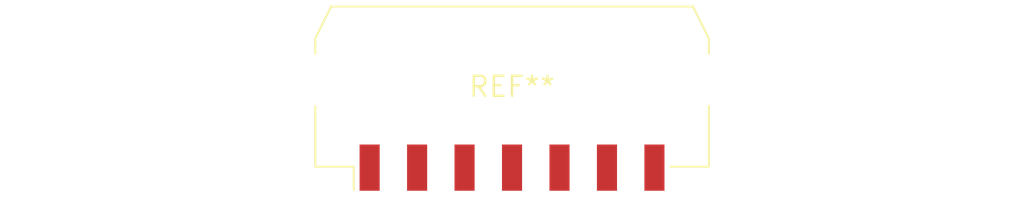
<source format=kicad_pcb>
(kicad_pcb (version 20240108) (generator pcbnew)
  (layers (0 "F.Cu" signal) (31 "B.Cu" signal) (34 "B.Paste" user) (35 "F.Paste" user) (36 "B.SilkS" user "B.Silkscreen") (37 "F.SilkS" user "F.Silkscreen") (38 "B.Mask" user) (39 "F.Mask" user) (44 "Edge.Cuts" user))
  (net 0 "")
  (footprint "Molex_Micro-Fit_3.0_43650-0710_1x07-1MP_P3.00mm_Horizontal" (layer "F.Cu") (at 0 0)
    (property "Reference" "REF**")
    (property "Value" "Molex_Micro-Fit_3.0_43650-0710_1x07-1MP_P3.00mm_Horizontal")
    (fp_line (start -12.435 -3.06) (end -12.435 -2.075) (layer "F.SilkS") (stroke (width 0.12)))
    (fp_line (start -12.435 1.225) (end -12.435 5.06) (layer "F.SilkS") (stroke (width 0.12)))
    (fp_line (start -12.435 5.06) (end -10.005 5.06) (layer "F.SilkS") (stroke (width 0.12)))
    (fp_line (start -11.435 -5.06) (end -12.435 -3.06) (layer "F.SilkS") (stroke (width 0.12)))
    (fp_line (start -10.005 5.06) (end -10.005 6.52) (layer "F.SilkS") (stroke (width 0.12)))
    (fp_line (start 0 -5.06) (end -11.435 -5.06) (layer "F.SilkS") (stroke (width 0.12)))
    (fp_line (start 0 -5.06) (end 11.435 -5.06) (layer "F.SilkS") (stroke (width 0.12)))
    (fp_line (start 11.435 -5.06) (end 12.435 -3.06) (layer "F.SilkS") (stroke (width 0.12)))
    (fp_line (start 12.435 -3.06) (end 12.435 -2.075) (layer "F.SilkS") (stroke (width 0.12)))
    (fp_line (start 12.435 1.225) (end 12.435 5.06) (layer "F.SilkS") (stroke (width 0.12)))
    (fp_line (start 12.435 5.06) (end 10.005 5.06) (layer "F.SilkS") (stroke (width 0.12)))
    (pad "1" smd rect (at -9 5.12) (size 1.27 2.92) (layers "F.Cu" "F.Paste" "F.Mask"))
    (pad "2" smd rect (at -6 5.12) (size 1.27 2.92) (layers "F.Cu" "F.Paste" "F.Mask"))
    (pad "3" smd rect (at -3 5.12) (size 1.27 2.92) (layers "F.Cu" "F.Paste" "F.Mask"))
    (pad "4" smd rect (at 0 5.12) (size 1.27 2.92) (layers "F.Cu" "F.Paste" "F.Mask"))
    (pad "5" smd rect (at 3 5.12) (size 1.27 2.92) (layers "F.Cu" "F.Paste" "F.Mask"))
    (pad "6" smd rect (at 6 5.12) (size 1.27 2.92) (layers "F.Cu" "F.Paste" "F.Mask"))
    (pad "7" smd rect (at 9 5.12) (size 1.27 2.92) (layers "F.Cu" "F.Paste" "F.Mask"))
    (pad "MP" thru_hole circle (at -11.15 -0.35) (size 2.71 2.71) (drill 2.41) (layers *.Cu *.Mask) (remove_unused_layers))
    (pad "MP" thru_hole circle (at 11.15 -0.35) (size 2.71 2.71) (drill 2.41) (layers *.Cu *.Mask) (remove_unused_layers))
  )
)
</source>
